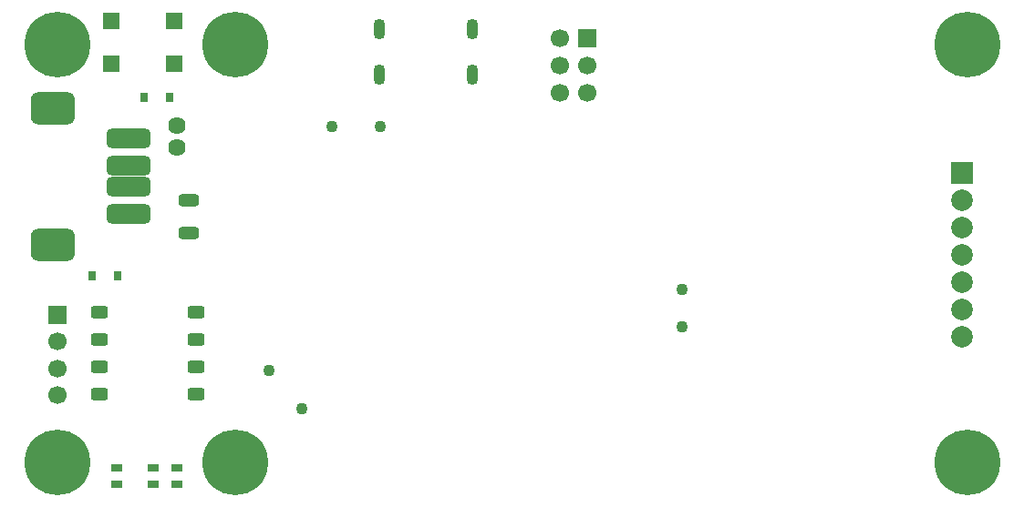
<source format=gts>
G04*
G04 #@! TF.GenerationSoftware,Altium Limited,Altium Designer,24.2.2 (26)*
G04*
G04 Layer_Color=8388736*
%FSLAX43Y43*%
%MOMM*%
G71*
G04*
G04 #@! TF.SameCoordinates,8CC7AA04-EDAA-4120-BC56-05CF8BE8917F*
G04*
G04*
G04 #@! TF.FilePolarity,Negative*
G04*
G01*
G75*
%ADD14R,1.100X0.800*%
%ADD15R,0.700X0.900*%
G04:AMPARAMS|DCode=16|XSize=1.6mm|YSize=1.2mm|CornerRadius=0.325mm|HoleSize=0mm|Usage=FLASHONLY|Rotation=180.000|XOffset=0mm|YOffset=0mm|HoleType=Round|Shape=RoundedRectangle|*
%AMROUNDEDRECTD16*
21,1,1.600,0.550,0,0,180.0*
21,1,0.950,1.200,0,0,180.0*
1,1,0.650,-0.475,0.275*
1,1,0.650,0.475,0.275*
1,1,0.650,0.475,-0.275*
1,1,0.650,-0.475,-0.275*
%
%ADD16ROUNDEDRECTD16*%
G04:AMPARAMS|DCode=17|XSize=1.9mm|YSize=1.15mm|CornerRadius=0.313mm|HoleSize=0mm|Usage=FLASHONLY|Rotation=180.000|XOffset=0mm|YOffset=0mm|HoleType=Round|Shape=RoundedRectangle|*
%AMROUNDEDRECTD17*
21,1,1.900,0.525,0,0,180.0*
21,1,1.275,1.150,0,0,180.0*
1,1,0.625,-0.638,0.263*
1,1,0.625,0.638,0.263*
1,1,0.625,0.638,-0.263*
1,1,0.625,-0.638,-0.263*
%
%ADD17ROUNDEDRECTD17*%
%ADD18R,1.500X1.500*%
%ADD19C,1.700*%
%ADD20R,1.700X1.700*%
G04:AMPARAMS|DCode=21|XSize=1.8mm|YSize=4.1mm|CornerRadius=0.475mm|HoleSize=0mm|Usage=FLASHONLY|Rotation=270.000|XOffset=0mm|YOffset=0mm|HoleType=Round|Shape=RoundedRectangle|*
%AMROUNDEDRECTD21*
21,1,1.800,3.150,0,0,270.0*
21,1,0.850,4.100,0,0,270.0*
1,1,0.950,-1.575,-0.425*
1,1,0.950,-1.575,0.425*
1,1,0.950,1.575,0.425*
1,1,0.950,1.575,-0.425*
%
%ADD21ROUNDEDRECTD21*%
G04:AMPARAMS|DCode=22|XSize=4.1mm|YSize=3.1mm|CornerRadius=0.8mm|HoleSize=0mm|Usage=FLASHONLY|Rotation=0.000|XOffset=0mm|YOffset=0mm|HoleType=Round|Shape=RoundedRectangle|*
%AMROUNDEDRECTD22*
21,1,4.100,1.500,0,0,0.0*
21,1,2.500,3.100,0,0,0.0*
1,1,1.600,1.250,-0.750*
1,1,1.600,-1.250,-0.750*
1,1,1.600,-1.250,0.750*
1,1,1.600,1.250,0.750*
%
%ADD22ROUNDEDRECTD22*%
%ADD23C,1.624*%
%ADD24C,6.100*%
%ADD25C,2.000*%
%ADD26R,2.000X2.000*%
%ADD27C,0.100*%
%ADD28C,1.100*%
%ADD29O,1.100X1.900*%
D14*
X15100Y3150D02*
D03*
Y4650D02*
D03*
X12900Y3150D02*
D03*
Y4650D02*
D03*
X9500Y3150D02*
D03*
Y4650D02*
D03*
D15*
X9600Y22500D02*
D03*
X7250D02*
D03*
X14400Y39100D02*
D03*
X12050D02*
D03*
D16*
X7950Y19110D02*
D03*
Y16570D02*
D03*
Y14030D02*
D03*
Y11490D02*
D03*
X16850Y19110D02*
D03*
Y16570D02*
D03*
Y14030D02*
D03*
Y11490D02*
D03*
D17*
X16200Y29525D02*
D03*
Y26475D02*
D03*
D18*
X14850Y46200D02*
D03*
X9050D02*
D03*
X14850Y42300D02*
D03*
X9050D02*
D03*
D19*
X50660Y42100D02*
D03*
Y39560D02*
D03*
X53200Y42100D02*
D03*
Y39560D02*
D03*
X50660Y44640D02*
D03*
X4000Y16400D02*
D03*
Y13900D02*
D03*
Y11400D02*
D03*
D20*
X53200Y44640D02*
D03*
X4000Y18900D02*
D03*
D21*
X10625Y28300D02*
D03*
Y30800D02*
D03*
Y32800D02*
D03*
Y35300D02*
D03*
D22*
X3575Y38150D02*
D03*
Y25450D02*
D03*
D23*
X15100Y36500D02*
D03*
Y34500D02*
D03*
D24*
X20500Y5200D02*
D03*
Y44000D02*
D03*
X88500Y5200D02*
D03*
Y44000D02*
D03*
X4000Y5200D02*
D03*
X4000Y44000D02*
D03*
D25*
X88000Y27040D02*
D03*
X88000Y29580D02*
D03*
Y24500D02*
D03*
Y21960D02*
D03*
Y19420D02*
D03*
Y16880D02*
D03*
D26*
Y32120D02*
D03*
D27*
X77800Y3250D02*
D03*
X79500D02*
D03*
X63950Y3300D02*
D03*
X65650D02*
D03*
X35360Y41775D02*
D03*
X41140D02*
D03*
D28*
X62000Y17750D02*
D03*
X62000Y21300D02*
D03*
X29500Y36400D02*
D03*
X34000Y36400D02*
D03*
X23700Y13700D02*
D03*
X26700Y10200D02*
D03*
D29*
X33930Y45455D02*
D03*
Y41275D02*
D03*
X42570Y45455D02*
D03*
Y41275D02*
D03*
M02*

</source>
